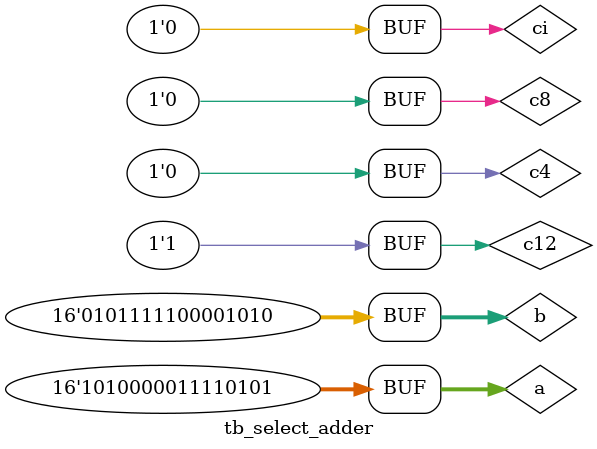
<source format=v>
module tb_select_adder();

reg [15:0] a, b;
reg ci, c4, c8, c12;
wire [15:0] s;

select_adder sa0(.a(a), .b(b), .ci(c0), .c4(c4), .c8(c8), .c12(c12), .s(s));

initial begin
	a = 16'b1010_0000_1111_0101;
	b = 16'b0101_1111_0000_1010;
	ci = 0;
	c4 = 0;
	c8 = 0;
	c12 = 1;
end

endmodule
</source>
